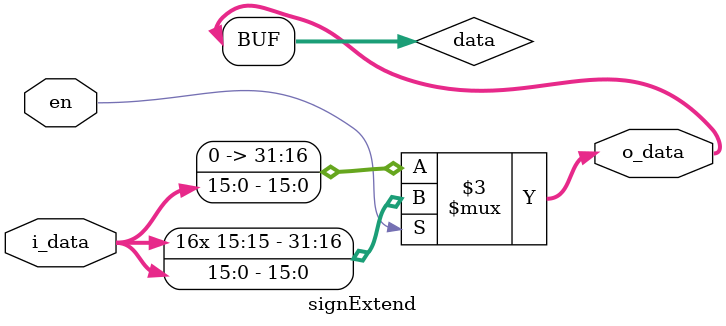
<source format=v>
module signExtend(i_data, en, o_data);
input   [15:0]  i_data;
input	en;
output  [31:0]  o_data;

reg [31:0]  data;
always @* begin
if (en) begin
  data = {{16{i_data[15]}}, i_data};
end else begin
  data = {{16{1'b0}}, i_data};
end
end
assign o_data = data;
endmodule
</source>
